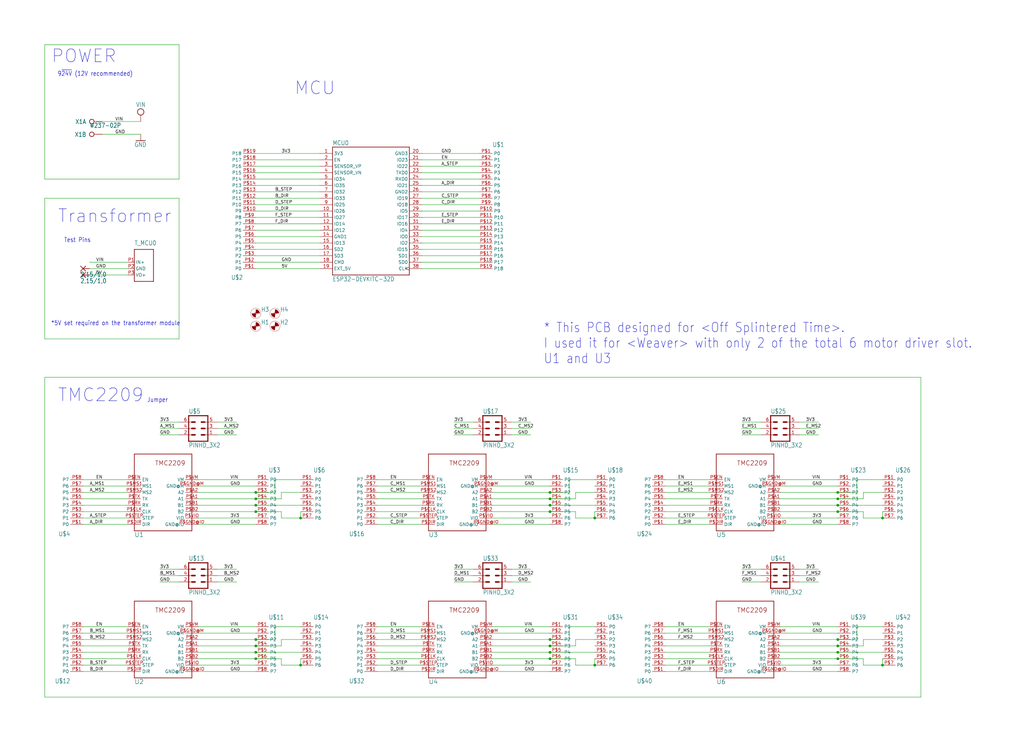
<source format=kicad_sch>
(kicad_sch (version 20211123) (generator eeschema)
  (paper "User" 406.73 298.221)
  (lib_symbols
    (symbol "OST-eagle-import:2,15{slash}1,0"
      (property "Reference" "PAD" (at -1.143 1.8542 0))
      (property "Value" "2,15{slash}1,0" (at -1.143 -3.302 0))
      (symbol "2,15{slash}1,0_1_0"
        (polyline (pts (xy -1.016 -1.016) (xy 1.016 1.016)) (stroke (width 0.254)))
        (polyline (pts (xy -1.016 1.016) (xy 1.016 -1.016)) (stroke (width 0.254)))
        (pin passive line (at 2.54 0 180) (length 2.54) (name "P") (number "1"))
      )
    )
    (symbol "OST-eagle-import:ESP32-DEVKITC-32D"
      (property "Reference" "U" (at -15.2572 26.0643 0))
      (property "Value" "ESP32-DEVKITC-32D" (at -15.2563 -27.9698 0))
      (symbol "ESP32-DEVKITC-32D_1_0"
        (polyline (pts (xy -15.24 -25.4) (xy -15.24 25.4)) (stroke (width 0.254)))
        (polyline (pts (xy -15.24 25.4) (xy 15.24 25.4)) (stroke (width 0.254)))
        (polyline (pts (xy 15.24 -25.4) (xy -15.24 -25.4)) (stroke (width 0.254)))
        (polyline (pts (xy 15.24 25.4) (xy 15.24 -25.4)) (stroke (width 0.254)))
        (pin power_in line (at -20.32 22.86 0) (length 5.08) (name "3V3") (number "1"))
        (pin bidirectional line (at -20.32 0 0) (length 5.08) (name "IO26") (number "10"))
        (pin bidirectional line (at -20.32 -2.54 0) (length 5.08) (name "IO27") (number "11"))
        (pin bidirectional line (at -20.32 -5.08 0) (length 5.08) (name "IO14") (number "12"))
        (pin bidirectional line (at -20.32 -7.62 0) (length 5.08) (name "IO12") (number "13"))
        (pin power_in line (at -20.32 -10.16 0) (length 5.08) (name "GND1") (number "14"))
        (pin bidirectional line (at -20.32 -12.7 0) (length 5.08) (name "IO13") (number "15"))
        (pin bidirectional line (at -20.32 -15.24 0) (length 5.08) (name "SD2") (number "16"))
        (pin bidirectional line (at -20.32 -17.78 0) (length 5.08) (name "SD3") (number "17"))
        (pin bidirectional line (at -20.32 -20.32 0) (length 5.08) (name "CMD") (number "18"))
        (pin power_in line (at -20.32 -22.86 0) (length 5.08) (name "EXT_5V") (number "19"))
        (pin input line (at -20.32 20.32 0) (length 5.08) (name "EN") (number "2"))
        (pin power_in line (at 20.32 22.86 180) (length 5.08) (name "GND3") (number "20"))
        (pin bidirectional line (at 20.32 20.32 180) (length 5.08) (name "IO23") (number "21"))
        (pin bidirectional line (at 20.32 17.78 180) (length 5.08) (name "IO22") (number "22"))
        (pin output line (at 20.32 15.24 180) (length 5.08) (name "TXD0") (number "23"))
        (pin input line (at 20.32 12.7 180) (length 5.08) (name "RXD0") (number "24"))
        (pin bidirectional line (at 20.32 10.16 180) (length 5.08) (name "IO21") (number "25"))
        (pin power_in line (at 20.32 7.62 180) (length 5.08) (name "GND2") (number "26"))
        (pin bidirectional line (at 20.32 5.08 180) (length 5.08) (name "IO19") (number "27"))
        (pin bidirectional line (at 20.32 2.54 180) (length 5.08) (name "IO18") (number "28"))
        (pin bidirectional line (at 20.32 0 180) (length 5.08) (name "IO5") (number "29"))
        (pin input line (at -20.32 17.78 0) (length 5.08) (name "SENSOR_VP") (number "3"))
        (pin bidirectional line (at 20.32 -2.54 180) (length 5.08) (name "IO17") (number "30"))
        (pin bidirectional line (at 20.32 -5.08 180) (length 5.08) (name "IO16") (number "31"))
        (pin bidirectional line (at 20.32 -7.62 180) (length 5.08) (name "IO4") (number "32"))
        (pin bidirectional line (at 20.32 -10.16 180) (length 5.08) (name "IO0") (number "33"))
        (pin bidirectional line (at 20.32 -12.7 180) (length 5.08) (name "IO2") (number "34"))
        (pin bidirectional line (at 20.32 -15.24 180) (length 5.08) (name "IO15") (number "35"))
        (pin bidirectional line (at 20.32 -17.78 180) (length 5.08) (name "SD1") (number "36"))
        (pin bidirectional line (at 20.32 -20.32 180) (length 5.08) (name "SD0") (number "37"))
        (pin input clock (at 20.32 -22.86 180) (length 5.08) (name "CLK") (number "38"))
        (pin input line (at -20.32 15.24 0) (length 5.08) (name "SENSOR_VN") (number "4"))
        (pin bidirectional line (at -20.32 12.7 0) (length 5.08) (name "IO34") (number "5"))
        (pin bidirectional line (at -20.32 10.16 0) (length 5.08) (name "IO35") (number "6"))
        (pin bidirectional line (at -20.32 7.62 0) (length 5.08) (name "IO32") (number "7"))
        (pin bidirectional line (at -20.32 5.08 0) (length 5.08) (name "IO33") (number "8"))
        (pin bidirectional line (at -20.32 2.54 0) (length 5.08) (name "IO25") (number "9"))
      )
    )
    (symbol "OST-eagle-import:GND" (power)
      (property "Value" "GND" (at -2.54 -2.54 0))
      (symbol "GND_1_0"
        (polyline (pts (xy -1.905 0) (xy 1.905 0)) (stroke (width 0.254)))
        (pin power_in line (at 0 2.54 270) (length 2.54) (name "GND") (number "1"))
      )
    )
    (symbol "OST-eagle-import:MOUNT-HOLE3.2"
      (property "Reference" "H" (at 2.032 0.5842 0))
      (property "Value" "MOUNT-HOLE3.2" (at 2.032 -2.4638 0))
      (symbol "MOUNT-HOLE3.2_1_0"
        (arc (start -1.524 0) (mid -1.0776 -1.0776) (end 0 -1.524) (stroke (width 0.0001)) (fill (type outline)))
        (polyline (pts (xy -0.508 0) (xy 0.508 0)) (stroke (width 0.0508)))
        (polyline (pts (xy 0 0.508) (xy 0 -0.508)) (stroke (width 0.0508)))
        (circle (center 0 0) (radius 0.508) (stroke (width 0.0508)))
        (circle (center 0 0) (radius 2.032) (stroke (width 0.0508)))
        (arc (start 1.524 0) (mid 1.0776 1.0776) (end 0 1.524) (stroke (width 0.0001)) (fill (type outline)))
      )
    )
    (symbol "OST-eagle-import:PINHD_1X19"
      (symbol "PINHD_1X19_1_0"
        (pin bidirectional line (at -5.08 0 0) (length 5.08) (name "P0") (number "P$1"))
        (pin bidirectional line (at -5.08 -22.86 0) (length 5.08) (name "P9") (number "P$10"))
        (pin bidirectional line (at -5.08 -25.4 0) (length 5.08) (name "P10") (number "P$11"))
        (pin bidirectional line (at -5.08 -27.94 0) (length 5.08) (name "P11") (number "P$12"))
        (pin bidirectional line (at -5.08 -30.48 0) (length 5.08) (name "P12") (number "P$13"))
        (pin bidirectional line (at -5.08 -33.02 0) (length 5.08) (name "P13") (number "P$14"))
        (pin bidirectional line (at -5.08 -35.56 0) (length 5.08) (name "P14") (number "P$15"))
        (pin bidirectional line (at -5.08 -38.1 0) (length 5.08) (name "P15") (number "P$16"))
        (pin bidirectional line (at -5.08 -40.64 0) (length 5.08) (name "P16") (number "P$17"))
        (pin bidirectional line (at -5.08 -43.18 0) (length 5.08) (name "P17") (number "P$18"))
        (pin bidirectional line (at -5.08 -45.72 0) (length 5.08) (name "P18") (number "P$19"))
        (pin bidirectional line (at -5.08 -2.54 0) (length 5.08) (name "P1") (number "P$2"))
        (pin bidirectional line (at -5.08 -5.08 0) (length 5.08) (name "P2") (number "P$3"))
        (pin bidirectional line (at -5.08 -7.62 0) (length 5.08) (name "P3") (number "P$4"))
        (pin bidirectional line (at -5.08 -10.16 0) (length 5.08) (name "P4") (number "P$5"))
        (pin bidirectional line (at -5.08 -12.7 0) (length 5.08) (name "P5") (number "P$6"))
        (pin bidirectional line (at -5.08 -15.24 0) (length 5.08) (name "P6") (number "P$7"))
        (pin bidirectional line (at -5.08 -17.78 0) (length 5.08) (name "P7") (number "P$8"))
        (pin bidirectional line (at -5.08 -20.32 0) (length 5.08) (name "P8") (number "P$9"))
      )
    )
    (symbol "OST-eagle-import:PINHD_1X7"
      (symbol "PINHD_1X7_1_0"
        (pin bidirectional line (at -5.08 0 0) (length 5.08) (name "P0") (number "P$1"))
        (pin bidirectional line (at -5.08 -2.54 0) (length 5.08) (name "P1") (number "P$2"))
        (pin bidirectional line (at -5.08 -5.08 0) (length 5.08) (name "P2") (number "P$3"))
        (pin bidirectional line (at -5.08 -7.62 0) (length 5.08) (name "P3") (number "P$4"))
        (pin bidirectional line (at -5.08 -10.16 0) (length 5.08) (name "P4") (number "P$5"))
        (pin bidirectional line (at -5.08 -12.7 0) (length 5.08) (name "P5") (number "P$6"))
        (pin bidirectional line (at -5.08 -15.24 0) (length 5.08) (name "P6") (number "P$7"))
      )
    )
    (symbol "OST-eagle-import:PINHD_1X8"
      (symbol "PINHD_1X8_1_0"
        (pin bidirectional line (at -5.08 0 0) (length 5.08) (name "P0") (number "P$1"))
        (pin bidirectional line (at -5.08 -2.54 0) (length 5.08) (name "P1") (number "P$2"))
        (pin bidirectional line (at -5.08 -5.08 0) (length 5.08) (name "P2") (number "P$3"))
        (pin bidirectional line (at -5.08 -7.62 0) (length 5.08) (name "P3") (number "P$4"))
        (pin bidirectional line (at -5.08 -10.16 0) (length 5.08) (name "P4") (number "P$5"))
        (pin bidirectional line (at -5.08 -12.7 0) (length 5.08) (name "P5") (number "P$6"))
        (pin bidirectional line (at -5.08 -15.24 0) (length 5.08) (name "P6") (number "P$7"))
        (pin bidirectional line (at -5.08 -17.78 0) (length 5.08) (name "P7") (number "P$8"))
      )
    )
    (symbol "OST-eagle-import:PINHD_3X2"
      (property "Value" "PINHD_3X2" (at -3.81 -7.62 0))
      (symbol "PINHD_3X2_1_0"
        (polyline (pts (xy -3.81 5.08) (xy -3.81 -5.08)) (stroke (width 0.4064)))
        (polyline (pts (xy -3.81 5.08) (xy 3.81 5.08)) (stroke (width 0.4064)))
        (polyline (pts (xy -2.54 -2.54) (xy -1.27 -2.54)) (stroke (width 0.6096)))
        (polyline (pts (xy -2.54 0) (xy -1.27 0)) (stroke (width 0.6096)))
        (polyline (pts (xy -2.54 2.54) (xy -1.27 2.54)) (stroke (width 0.6096)))
        (polyline (pts (xy 1.27 -2.54) (xy 2.54 -2.54)) (stroke (width 0.6096)))
        (polyline (pts (xy 1.27 0) (xy 2.54 0)) (stroke (width 0.6096)))
        (polyline (pts (xy 1.27 2.54) (xy 2.54 2.54)) (stroke (width 0.6096)))
        (polyline (pts (xy 3.81 -5.08) (xy -3.81 -5.08)) (stroke (width 0.4064)))
        (polyline (pts (xy 3.81 -5.08) (xy 3.81 5.08)) (stroke (width 0.4064)))
        (pin passive line (at 7.62 -2.54 180) (length 5.08) (name "1") (number "1"))
        (pin passive line (at -7.62 -2.54 0) (length 5.08) (name "2") (number "2"))
        (pin passive line (at 7.62 0 180) (length 5.08) (name "3") (number "3"))
        (pin passive line (at -7.62 0 0) (length 5.08) (name "4") (number "4"))
        (pin passive line (at 7.62 2.54 180) (length 5.08) (name "5") (number "5"))
        (pin passive line (at -7.62 2.54 0) (length 5.08) (name "6") (number "6"))
      )
    )
    (symbol "OST-eagle-import:TMC2209_V3.1"
      (property "Reference" "U" (at -10.16 -15.24 0))
      (symbol "TMC2209_V3.1_1_0"
        (polyline (pts (xy -10.16 -12.7) (xy 12.7 -12.7)) (stroke (width 0.254)))
        (polyline (pts (xy -10.16 17.78) (xy -10.16 -12.7)) (stroke (width 0.254)))
        (polyline (pts (xy 12.7 -12.7) (xy 12.7 17.78)) (stroke (width 0.254)))
        (polyline (pts (xy 12.7 17.78) (xy -10.16 17.78)) (stroke (width 0.254)))
        (text "TMC2209" (at 10.16 15.24 0) (effects (font (size 1.778 1.778)) (justify right top)))
        (pin bidirectional line (at 15.24 0 180) (length 5.08) (name "A1") (number "P$A1"))
        (pin bidirectional line (at 15.24 2.54 180) (length 5.08) (name "A2") (number "P$A2"))
        (pin bidirectional line (at 15.24 -2.54 180) (length 5.08) (name "B1") (number "P$B1"))
        (pin bidirectional line (at 15.24 -5.08 180) (length 5.08) (name "B2") (number "P$B2"))
        (pin bidirectional line (at -12.7 -5.08 0) (length 5.08) (name "CLK") (number "P$CLK"))
        (pin bidirectional line (at -12.7 -10.16 0) (length 5.08) (name "DIR") (number "P$DIR"))
        (pin bidirectional line (at -12.7 7.62 0) (length 5.08) (name "EN") (number "P$EN"))
        (pin bidirectional line (at 15.24 -10.16 180) (length 5.08) (name "GND@IO") (number "P$GND@IO"))
        (pin bidirectional line (at 15.24 5.08 180) (length 5.08) (name "GND@M") (number "P$GND@M"))
        (pin bidirectional line (at -12.7 5.08 0) (length 5.08) (name "MS1") (number "P$MS1"))
        (pin bidirectional line (at -12.7 2.54 0) (length 5.08) (name "MS2") (number "P$MS2"))
        (pin bidirectional line (at -12.7 -2.54 0) (length 5.08) (name "RX") (number "P$RX"))
        (pin bidirectional line (at -12.7 -7.62 0) (length 5.08) (name "STEP") (number "P$STEP"))
        (pin bidirectional line (at -12.7 0 0) (length 5.08) (name "TX") (number "P$TX"))
        (pin bidirectional line (at 15.24 -7.62 180) (length 5.08) (name "VIO") (number "P$VIO"))
        (pin bidirectional line (at 15.24 7.62 180) (length 5.08) (name "VM") (number "P$VM"))
      )
    )
    (symbol "OST-eagle-import:VCC" (power)
      (property "Value" "VCC" (at -1.905 3.175 0))
      (symbol "VCC_1_0"
        (circle (center 0 1.27) (radius 1.27) (stroke (width 0.254)))
        (pin power_in line (at 0 -2.54 90) (length 2.54) (name "VCC") (number "1"))
      )
    )
    (symbol "OST-eagle-import:VOL_ADJ"
      (property "Reference" "P" (at -2.54 10.16 0))
      (symbol "VOL_ADJ_1_0"
        (polyline (pts (xy -2.54 -5.08) (xy 5.08 -5.08)) (stroke (width 0.254)))
        (polyline (pts (xy -2.54 7.62) (xy -2.54 -5.08)) (stroke (width 0.254)))
        (polyline (pts (xy 5.08 -5.08) (xy 5.08 7.62)) (stroke (width 0.254)))
        (polyline (pts (xy 5.08 7.62) (xy -2.54 7.62)) (stroke (width 0.254)))
        (pin bidirectional line (at -5.08 2.54 0) (length 2.54) (name "IN+") (number "P1"))
        (pin bidirectional line (at -5.08 0 0) (length 2.54) (name "GND") (number "P2"))
        (pin bidirectional line (at -5.08 -2.54 0) (length 2.54) (name "VO+") (number "P3"))
      )
    )
    (symbol "OST-eagle-import:W237-02P"
      (property "Reference" "X" (at -1.27 0.889 0))
      (property "Value" "W237-02P" (at 0 2.54 0))
      (symbol "W237-02P_1_0"
        (polyline (pts (xy 1.778 0) (xy 2.54 0)) (stroke (width 0.1524)))
        (circle (center 0.889 0) (radius 0.898) (stroke (width 0.254)))
        (pin passive line (at 5.08 0 180) (length 2.54) (name "KL") (number "1"))
      )
      (symbol "W237-02P_2_0"
        (polyline (pts (xy 1.778 0) (xy 2.54 0)) (stroke (width 0.1524)))
        (circle (center 0.889 0) (radius 0.898) (stroke (width 0.254)))
        (pin passive line (at 5.08 0 180) (length 2.54) (name "KL") (number "2"))
      )
    )
  )
  (junction (at 101.6 195.58))
  (junction (at 218.44 203.2))
  (junction (at 332.74 198.12))
  (junction (at 101.6 254))
  (junction (at 350.52 264.16))
  (junction (at 119.38 264.16))
  (junction (at 218.44 254))
  (junction (at 101.6 200.66))
  (junction (at 332.74 261.62))
  (junction (at 101.6 259.08))
  (junction (at 332.74 195.58))
  (junction (at 350.52 205.74))
  (junction (at 218.44 195.58))
  (junction (at 332.74 203.2))
  (junction (at 119.38 205.74))
  (junction (at 236.22 205.74))
  (junction (at 332.74 259.08))
  (junction (at 218.44 261.62))
  (junction (at 332.74 200.66))
  (junction (at 332.74 256.54))
  (junction (at 236.22 264.16))
  (junction (at 218.44 198.12))
  (junction (at 218.44 256.54))
  (junction (at 101.6 256.54))
  (junction (at 332.74 254))
  (junction (at 101.6 261.62))
  (junction (at 101.6 198.12))
  (junction (at 101.6 203.2))
  (junction (at 218.44 259.08))
  (junction (at 218.44 200.66))
  (wire (pts (xy 50.8 104.14) (xy 35.56 104.14)))
  (wire (pts (xy 342.9 254) (xy 350.52 254)))
  (wire (pts (xy 119.38 261.62) (xy 119.38 264.16)))
  (wire (pts (xy 167.64 205.74) (xy 149.86 205.74)))
  (wire (pts (xy 281.94 205.74) (xy 264.16 205.74)))
  (wire (pts (xy 236.22 261.62) (xy 236.22 264.16)))
  (wire (pts (xy 50.8 205.74) (xy 33.02 205.74)))
  (wire (pts (xy 127 101.6) (xy 101.6 101.6)))
  (wire (pts (xy 302.26 167.64) (xy 294.64 167.64)))
  (wire (pts (xy 187.96 226.06) (xy 180.34 226.06)))
  (wire (pts (xy 195.58 259.08) (xy 218.44 259.08)))
  (wire (pts (xy 218.44 256.54) (xy 228.6 256.54)))
  (wire (pts (xy 111.76 203.2) (xy 111.76 205.74)))
  (wire (pts (xy 317.5 167.64) (xy 325.12 167.64)))
  (wire (pts (xy 309.88 264.16) (xy 332.74 264.16)))
  (wire (pts (xy 167.64 200.66) (xy 149.86 200.66)))
  (wire (pts (xy 309.88 208.28) (xy 332.74 208.28)))
  (wire (pts (xy 309.88 200.66) (xy 332.74 200.66)))
  (wire (pts (xy 149.86 190.5) (xy 167.64 190.5)))
  (wire (pts (xy 127 96.52) (xy 101.6 96.52)))
  (wire (pts (xy 203.2 172.72) (xy 210.82 172.72)))
  (wire (pts (xy 78.74 200.66) (xy 101.6 200.66)))
  (wire (pts (xy 365.76 276.86) (xy 365.76 149.86)))
  (wire (pts (xy 71.12 71.12) (xy 71.12 17.78)))
  (wire (pts (xy 332.74 256.54) (xy 309.88 256.54)))
  (wire (pts (xy 50.8 106.68) (xy 35.56 106.68)))
  (wire (pts (xy 50.8 254) (xy 33.02 254)))
  (wire (pts (xy 332.74 254) (xy 340.36 254)))
  (wire (pts (xy 302.26 231.14) (xy 294.64 231.14)))
  (wire (pts (xy 228.6 261.62) (xy 228.6 264.16)))
  (wire (pts (xy 302.26 226.06) (xy 294.64 226.06)))
  (wire (pts (xy 203.2 167.64) (xy 210.82 167.64)))
  (wire (pts (xy 109.22 190.5) (xy 119.38 190.5)))
  (wire (pts (xy 226.06 195.58) (xy 226.06 190.5)))
  (wire (pts (xy 218.44 203.2) (xy 228.6 203.2)))
  (wire (pts (xy 187.96 170.18) (xy 180.34 170.18)))
  (wire (pts (xy 342.9 195.58) (xy 350.52 195.58)))
  (wire (pts (xy 309.88 195.58) (xy 332.74 195.58)))
  (wire (pts (xy 167.64 88.9) (xy 190.5 88.9)))
  (wire (pts (xy 317.5 228.6) (xy 325.12 228.6)))
  (wire (pts (xy 190.5 66.04) (xy 167.64 66.04)))
  (wire (pts (xy 86.36 226.06) (xy 93.98 226.06)))
  (wire (pts (xy 167.64 106.68) (xy 190.5 106.68)))
  (wire (pts (xy 264.16 256.54) (xy 281.94 256.54)))
  (wire (pts (xy 71.12 78.74) (xy 17.78 78.74)))
  (wire (pts (xy 167.64 259.08) (xy 149.86 259.08)))
  (wire (pts (xy 149.86 261.62) (xy 167.64 261.62)))
  (wire (pts (xy 71.12 231.14) (xy 63.5 231.14)))
  (wire (pts (xy 195.58 266.7) (xy 218.44 266.7)))
  (wire (pts (xy 309.88 205.74) (xy 332.74 205.74)))
  (wire (pts (xy 50.8 109.22) (xy 35.56 109.22)))
  (wire (pts (xy 101.6 60.96) (xy 127 60.96)))
  (wire (pts (xy 281.94 264.16) (xy 264.16 264.16)))
  (wire (pts (xy 167.64 195.58) (xy 149.86 195.58)))
  (wire (pts (xy 101.6 63.5) (xy 127 63.5)))
  (wire (pts (xy 127 66.04) (xy 101.6 66.04)))
  (wire (pts (xy 78.74 251.46) (xy 101.6 251.46)))
  (wire (pts (xy 167.64 104.14) (xy 190.5 104.14)))
  (wire (pts (xy 309.88 259.08) (xy 332.74 259.08)))
  (wire (pts (xy 149.86 248.92) (xy 167.64 248.92)))
  (wire (pts (xy 228.6 256.54) (xy 228.6 254)))
  (wire (pts (xy 228.6 195.58) (xy 236.22 195.58)))
  (wire (pts (xy 71.12 228.6) (xy 63.5 228.6)))
  (wire (pts (xy 195.58 193.04) (xy 218.44 193.04)))
  (wire (pts (xy 195.58 190.5) (xy 218.44 190.5)))
  (wire (pts (xy 127 71.12) (xy 101.6 71.12)))
  (wire (pts (xy 302.26 170.18) (xy 294.64 170.18)))
  (wire (pts (xy 101.6 200.66) (xy 119.38 200.66)))
  (wire (pts (xy 228.6 198.12) (xy 228.6 195.58)))
  (wire (pts (xy 71.12 170.18) (xy 63.5 170.18)))
  (wire (pts (xy 78.74 254) (xy 101.6 254)))
  (wire (pts (xy 71.12 167.64) (xy 63.5 167.64)))
  (wire (pts (xy 127 106.68) (xy 101.6 106.68)))
  (wire (pts (xy 33.02 203.2) (xy 50.8 203.2)))
  (wire (pts (xy 281.94 195.58) (xy 264.16 195.58)))
  (wire (pts (xy 127 86.36) (xy 101.6 86.36)))
  (wire (pts (xy 281.94 254) (xy 264.16 254)))
  (wire (pts (xy 342.9 256.54) (xy 342.9 254)))
  (wire (pts (xy 317.5 231.14) (xy 325.12 231.14)))
  (wire (pts (xy 149.86 256.54) (xy 167.64 256.54)))
  (wire (pts (xy 218.44 200.66) (xy 236.22 200.66)))
  (wire (pts (xy 111.76 198.12) (xy 111.76 195.58)))
  (wire (pts (xy 149.86 203.2) (xy 167.64 203.2)))
  (wire (pts (xy 195.58 254) (xy 218.44 254)))
  (wire (pts (xy 317.5 170.18) (xy 325.12 170.18)))
  (wire (pts (xy 195.58 205.74) (xy 218.44 205.74)))
  (wire (pts (xy 127 76.2) (xy 101.6 76.2)))
  (wire (pts (xy 33.02 190.5) (xy 50.8 190.5)))
  (wire (pts (xy 101.6 83.82) (xy 127 83.82)))
  (wire (pts (xy 101.6 254) (xy 109.22 254)))
  (wire (pts (xy 78.74 208.28) (xy 101.6 208.28)))
  (wire (pts (xy 40.64 53.34) (xy 55.88 53.34)))
  (wire (pts (xy 228.6 203.2) (xy 228.6 205.74)))
  (wire (pts (xy 190.5 101.6) (xy 167.64 101.6)))
  (wire (pts (xy 340.36 195.58) (xy 340.36 190.5)))
  (wire (pts (xy 78.74 205.74) (xy 101.6 205.74)))
  (wire (pts (xy 332.74 203.2) (xy 309.88 203.2)))
  (wire (pts (xy 167.64 68.58) (xy 190.5 68.58)))
  (wire (pts (xy 317.5 172.72) (xy 325.12 172.72)))
  (wire (pts (xy 167.64 264.16) (xy 149.86 264.16)))
  (wire (pts (xy 309.88 251.46) (xy 332.74 251.46)))
  (wire (pts (xy 78.74 266.7) (xy 101.6 266.7)))
  (wire (pts (xy 50.8 193.04) (xy 33.02 193.04)))
  (wire (pts (xy 203.2 231.14) (xy 210.82 231.14)))
  (wire (pts (xy 111.76 195.58) (xy 119.38 195.58)))
  (wire (pts (xy 264.16 248.92) (xy 281.94 248.92)))
  (wire (pts (xy 332.74 203.2) (xy 342.9 203.2)))
  (wire (pts (xy 17.78 134.62) (xy 71.12 134.62)))
  (wire (pts (xy 317.5 226.06) (xy 325.12 226.06)))
  (wire (pts (xy 50.8 208.28) (xy 33.02 208.28)))
  (wire (pts (xy 281.94 266.7) (xy 264.16 266.7)))
  (wire (pts (xy 309.88 193.04) (xy 332.74 193.04)))
  (wire (pts (xy 281.94 251.46) (xy 264.16 251.46)))
  (wire (pts (xy 228.6 254) (xy 236.22 254)))
  (wire (pts (xy 101.6 68.58) (xy 127 68.58)))
  (wire (pts (xy 50.8 264.16) (xy 33.02 264.16)))
  (wire (pts (xy 101.6 104.14) (xy 127 104.14)))
  (wire (pts (xy 119.38 203.2) (xy 119.38 205.74)))
  (wire (pts (xy 86.36 170.18) (xy 93.98 170.18)))
  (wire (pts (xy 342.9 261.62) (xy 342.9 264.16)))
  (wire (pts (xy 302.26 172.72) (xy 294.64 172.72)))
  (wire (pts (xy 218.44 261.62) (xy 228.6 261.62)))
  (wire (pts (xy 264.16 198.12) (xy 281.94 198.12)))
  (wire (pts (xy 101.6 195.58) (xy 109.22 195.58)))
  (wire (pts (xy 342.9 198.12) (xy 342.9 195.58)))
  (wire (pts (xy 50.8 200.66) (xy 33.02 200.66)))
  (wire (pts (xy 218.44 203.2) (xy 195.58 203.2)))
  (wire (pts (xy 332.74 256.54) (xy 342.9 256.54)))
  (wire (pts (xy 190.5 76.2) (xy 167.64 76.2)))
  (wire (pts (xy 309.88 266.7) (xy 332.74 266.7)))
  (wire (pts (xy 167.64 99.06) (xy 190.5 99.06)))
  (wire (pts (xy 340.36 248.92) (xy 350.52 248.92)))
  (wire (pts (xy 167.64 251.46) (xy 149.86 251.46)))
  (wire (pts (xy 190.5 96.52) (xy 167.64 96.52)))
  (wire (pts (xy 78.74 259.08) (xy 101.6 259.08)))
  (wire (pts (xy 78.74 248.92) (xy 101.6 248.92)))
  (wire (pts (xy 109.22 248.92) (xy 119.38 248.92)))
  (wire (pts (xy 78.74 264.16) (xy 101.6 264.16)))
  (wire (pts (xy 340.36 254) (xy 340.36 248.92)))
  (wire (pts (xy 190.5 60.96) (xy 167.64 60.96)))
  (wire (pts (xy 195.58 200.66) (xy 218.44 200.66)))
  (wire (pts (xy 195.58 195.58) (xy 218.44 195.58)))
  (wire (pts (xy 71.12 226.06) (xy 63.5 226.06)))
  (wire (pts (xy 101.6 78.74) (xy 127 78.74)))
  (wire (pts (xy 264.16 203.2) (xy 281.94 203.2)))
  (wire (pts (xy 17.78 149.86) (xy 17.78 276.86)))
  (wire (pts (xy 101.6 261.62) (xy 78.74 261.62)))
  (wire (pts (xy 281.94 208.28) (xy 264.16 208.28)))
  (wire (pts (xy 332.74 261.62) (xy 342.9 261.62)))
  (wire (pts (xy 167.64 78.74) (xy 190.5 78.74)))
  (wire (pts (xy 109.22 254) (xy 109.22 248.92)))
  (wire (pts (xy 226.06 254) (xy 226.06 248.92)))
  (wire (pts (xy 50.8 251.46) (xy 33.02 251.46)))
  (wire (pts (xy 50.8 195.58) (xy 33.02 195.58)))
  (wire (pts (xy 167.64 83.82) (xy 190.5 83.82)))
  (wire (pts (xy 127 81.28) (xy 101.6 81.28)))
  (wire (pts (xy 236.22 203.2) (xy 236.22 205.74)))
  (wire (pts (xy 332.74 200.66) (xy 350.52 200.66)))
  (wire (pts (xy 203.2 228.6) (xy 210.82 228.6)))
  (wire (pts (xy 218.44 198.12) (xy 228.6 198.12)))
  (wire (pts (xy 86.36 172.72) (xy 93.98 172.72)))
  (wire (pts (xy 365.76 149.86) (xy 17.78 149.86)))
  (wire (pts (xy 17.78 78.74) (xy 17.78 134.62)))
  (wire (pts (xy 101.6 203.2) (xy 111.76 203.2)))
  (wire (pts (xy 218.44 261.62) (xy 195.58 261.62)))
  (wire (pts (xy 350.52 203.2) (xy 350.52 205.74)))
  (wire (pts (xy 190.5 91.44) (xy 167.64 91.44)))
  (wire (pts (xy 101.6 198.12) (xy 111.76 198.12)))
  (wire (pts (xy 218.44 259.08) (xy 236.22 259.08)))
  (wire (pts (xy 17.78 276.86) (xy 365.76 276.86)))
  (wire (pts (xy 127 91.44) (xy 101.6 91.44)))
  (wire (pts (xy 203.2 170.18) (xy 210.82 170.18)))
  (wire (pts (xy 86.36 167.64) (xy 93.98 167.64)))
  (wire (pts (xy 111.76 264.16) (xy 119.38 264.16)))
  (wire (pts (xy 71.12 172.72) (xy 63.5 172.72)))
  (wire (pts (xy 195.58 248.92) (xy 218.44 248.92)))
  (wire (pts (xy 332.74 198.12) (xy 309.88 198.12)))
  (wire (pts (xy 190.5 86.36) (xy 167.64 86.36)))
  (wire (pts (xy 78.74 195.58) (xy 101.6 195.58)))
  (wire (pts (xy 167.64 93.98) (xy 190.5 93.98)))
  (wire (pts (xy 228.6 205.74) (xy 236.22 205.74)))
  (wire (pts (xy 190.5 81.28) (xy 167.64 81.28)))
  (wire (pts (xy 228.6 264.16) (xy 236.22 264.16)))
  (wire (pts (xy 195.58 208.28) (xy 218.44 208.28)))
  (wire (pts (xy 302.26 228.6) (xy 294.64 228.6)))
  (wire (pts (xy 101.6 259.08) (xy 119.38 259.08)))
  (wire (pts (xy 33.02 198.12) (xy 50.8 198.12)))
  (wire (pts (xy 226.06 248.92) (xy 236.22 248.92)))
  (wire (pts (xy 71.12 17.78) (xy 17.78 17.78)))
  (wire (pts (xy 187.96 228.6) (xy 180.34 228.6)))
  (wire (pts (xy 281.94 200.66) (xy 264.16 200.66)))
  (wire (pts (xy 111.76 256.54) (xy 111.76 254)))
  (wire (pts (xy 101.6 73.66) (xy 127 73.66)))
  (wire (pts (xy 167.64 193.04) (xy 149.86 193.04)))
  (wire (pts (xy 167.64 63.5) (xy 190.5 63.5)))
  (wire (pts (xy 33.02 256.54) (xy 50.8 256.54)))
  (wire (pts (xy 101.6 88.9) (xy 127 88.9)))
  (wire (pts (xy 281.94 193.04) (xy 264.16 193.04)))
  (wire (pts (xy 109.22 195.58) (xy 109.22 190.5)))
  (wire (pts (xy 264.16 261.62) (xy 281.94 261.62)))
  (wire (pts (xy 101.6 93.98) (xy 127 93.98)))
  (wire (pts (xy 309.88 190.5) (xy 332.74 190.5)))
  (wire (pts (xy 149.86 198.12) (xy 167.64 198.12)))
  (wire (pts (xy 187.96 172.72) (xy 180.34 172.72)))
  (wire (pts (xy 218.44 195.58) (xy 226.06 195.58)))
  (wire (pts (xy 101.6 256.54) (xy 78.74 256.54)))
  (wire (pts (xy 101.6 203.2) (xy 78.74 203.2)))
  (wire (pts (xy 167.64 254) (xy 149.86 254)))
  (wire (pts (xy 332.74 259.08) (xy 350.52 259.08)))
  (wire (pts (xy 101.6 256.54) (xy 111.76 256.54)))
  (wire (pts (xy 264.16 190.5) (xy 281.94 190.5)))
  (wire (pts (xy 86.36 231.14) (xy 93.98 231.14)))
  (wire (pts (xy 101.6 99.06) (xy 127 99.06)))
  (wire (pts (xy 332.74 195.58) (xy 340.36 195.58)))
  (wire (pts (xy 226.06 190.5) (xy 236.22 190.5)))
  (wire (pts (xy 309.88 248.92) (xy 332.74 248.92)))
  (wire (pts (xy 218.44 256.54) (xy 195.58 256.54)))
  (wire (pts (xy 342.9 203.2) (xy 342.9 205.74)))
  (wire (pts (xy 203.2 226.06) (xy 210.82 226.06)))
  (wire (pts (xy 187.96 231.14) (xy 180.34 231.14)))
  (wire (pts (xy 78.74 190.5) (xy 101.6 190.5)))
  (wire (pts (xy 190.5 71.12) (xy 167.64 71.12)))
  (wire (pts (xy 342.9 264.16) (xy 350.52 264.16)))
  (wire (pts (xy 33.02 248.92) (xy 50.8 248.92)))
  (wire (pts (xy 33.02 261.62) (xy 50.8 261.62)))
  (wire (pts (xy 332.74 198.12) (xy 342.9 198.12)))
  (wire (pts (xy 78.74 193.04) (xy 101.6 193.04)))
  (wire (pts (xy 309.88 254) (xy 332.74 254)))
  (wire (pts (xy 218.44 198.12) (xy 195.58 198.12)))
  (wire (pts (xy 111.76 205.74) (xy 119.38 205.74)))
  (wire (pts (xy 50.8 259.08) (xy 33.02 259.08)))
  (wire (pts (xy 195.58 264.16) (xy 218.44 264.16)))
  (wire (pts (xy 101.6 198.12) (xy 78.74 198.12)))
  (wire (pts (xy 40.64 48.26) (xy 55.88 48.26)))
  (wire (pts (xy 86.36 228.6) (xy 93.98 228.6)))
  (wire (pts (xy 50.8 266.7) (xy 33.02 266.7)))
  (wire (pts (xy 187.96 167.64) (xy 180.34 167.64)))
  (wire (pts (xy 281.94 259.08) (xy 264.16 259.08)))
  (wire (pts (xy 71.12 134.62) (xy 71.12 78.74)))
  (wire (pts (xy 111.76 261.62) (xy 111.76 264.16)))
  (wire (pts (xy 350.52 261.62) (xy 350.52 264.16)))
  (wire (pts (xy 340.36 190.5) (xy 350.52 190.5)))
  (wire (pts (xy 195.58 251.46) (xy 218.44 251.46)))
  (wire (pts (xy 167.64 73.66) (xy 190.5 73.66)))
  (wire (pts (xy 167.64 266.7) (xy 149.86 266.7)))
  (wire (pts (xy 17.78 71.12) (xy 71.12 71.12)))
  (wire (pts (xy 332.74 261.62) (xy 309.88 261.62)))
  (wire (pts (xy 17.78 17.78) (xy 17.78 71.12)))
  (wire (pts (xy 101.6 261.62) (xy 111.76 261.62)))
  (wire (pts (xy 342.9 205.74) (xy 350.52 205.74)))
  (wire (pts (xy 111.76 254) (xy 119.38 254)))
  (wire (pts (xy 218.44 254) (xy 226.06 254)))
  (wire (pts (xy 167.64 208.28) (xy 149.86 208.28)))
  (text "TMC2209" (at 22.86 160.02 180) (effects (font (size 5.08 5.08)) (justify left bottom)))
  (text "* This PCB designed for <Off Splintered Time>.\nI used it for <Weaver> with only 2 of the total 6 motor driver slot.\nU1 and U3" (at 215.9 144.78 0) (effects (font (size 3.81 3.2385)) (justify left bottom)))
  (text "POWER" (at 20.32 25.4 180) (effects (font (size 5.08 5.08)) (justify left bottom)))
  (text "9~{24V} (12V recommended)" (at 22.86 30.48 180) (effects (font (size 1.778 1.5113)) (justify left bottom)))
  (text "Transformer" (at 22.86 88.9 180) (effects (font (size 5.08 5.08)) (justify left bottom)))
  (text "Jumper" (at 58.42 160.02 180) (effects (font (size 1.778 1.5113)) (justify left bottom)))
  (text "*5V set required on the transformer module" (at 20.32 129.54 180) (effects (font (size 1.778 1.5113)) (justify left bottom)))
  (text "Test Pins" (at 25.4 96.52 180) (effects (font (size 1.778 1.5113)) (justify left bottom)))
  (text "MCU" (at 116.84 38.1 180) (effects (font (size 5.08 5.08)) (justify left bottom)))
  (label "A_MS1" (at 35.56 193.04 0) (effects (font (size 1.2446 1.2446))))
  (label "3V3" (at 91.44 205.74 0) (effects (font (size 1.2446 1.2446))))
  (label "3V3" (at 63.5 167.64 0) (effects (font (size 1.2446 1.2446))))
  (label "GND" (at 322.58 193.04 0) (effects (font (size 1.2446 1.2446))))
  (label "GND" (at 91.44 251.46 0) (effects (font (size 1.2446 1.2446))))
  (label "GND" (at 38.1 106.68 0) (effects (font (size 1.2446 1.2446))))
  (label "EN" (at 269.24 248.92 0) (effects (font (size 1.2446 1.2446))))
  (label "VIN" (at 38.1 104.14 0) (effects (font (size 1.2446 1.2446))))
  (label "3V3" (at 208.28 205.74 0) (effects (font (size 1.2446 1.2446))))
  (label "EN" (at 38.1 190.5 0) (effects (font (size 1.2446 1.2446))))
  (label "C_MS2" (at 154.94 195.58 0) (effects (font (size 1.2446 1.2446))))
  (label "A_MS2" (at 88.9 170.18 0) (effects (font (size 1.2446 1.2446))))
  (label "3V3" (at 180.34 226.06 0) (effects (font (size 1.2446 1.2446))))
  (label "VIN" (at 45.72 48.26 0) (effects (font (size 1.2446 1.2446))))
  (label "3V3" (at 294.64 226.06 0) (effects (font (size 1.2446 1.2446))))
  (label "GND" (at 175.26 60.96 0) (effects (font (size 1.2446 1.2446))))
  (label "GND" (at 294.64 172.72 0) (effects (font (size 1.2446 1.2446))))
  (label "F_MS1" (at 294.64 228.6 0) (effects (font (size 1.2446 1.2446))))
  (label "D_MS2" (at 154.94 254 0) (effects (font (size 1.2446 1.2446))))
  (label "F_STEP" (at 269.24 264.16 0) (effects (font (size 1.2446 1.2446))))
  (label "3V3" (at 111.76 60.96 0) (effects (font (size 1.2446 1.2446))))
  (label "VIN" (at 322.58 248.92 0) (effects (font (size 1.2446 1.2446))))
  (label "B_MS2" (at 88.9 228.6 0) (effects (font (size 1.2446 1.2446))))
  (label "C_DIR" (at 175.26 81.28 0) (effects (font (size 1.2446 1.2446))))
  (label "GND" (at 88.9 172.72 0) (effects (font (size 1.2446 1.2446))))
  (label "D_DIR" (at 109.22 83.82 0) (effects (font (size 1.2446 1.2446))))
  (label "VIN" (at 91.44 248.92 0) (effects (font (size 1.2446 1.2446))))
  (label "C_STEP" (at 154.94 205.74 0) (effects (font (size 1.2446 1.2446))))
  (label "5V" (at 111.76 106.68 0) (effects (font (size 1.2446 1.2446))))
  (label "A_STEP" (at 35.56 205.74 0) (effects (font (size 1.2446 1.2446))))
  (label "E_MS1" (at 294.64 170.18 0) (effects (font (size 1.2446 1.2446))))
  (label "3V3" (at 294.64 167.64 0) (effects (font (size 1.2446 1.2446))))
  (label "B_DIR" (at 109.22 78.74 0) (effects (font (size 1.2446 1.2446))))
  (label "VIN" (at 91.44 190.5 0) (effects (font (size 1.2446 1.2446))))
  (label "C_MS2" (at 205.74 170.18 0) (effects (font (size 1.2446 1.2446))))
  (label "GND" (at 320.04 231.14 0) (effects (font (size 1.2446 1.2446))))
  (label "GND" (at 322.58 266.7 0) (effects (font (size 1.2446 1.2446))))
  (label "3V3" (at 180.34 167.64 0) (effects (font (size 1.2446 1.2446))))
  (label "D_STEP" (at 154.94 264.16 0) (effects (font (size 1.2446 1.2446))))
  (label "GND" (at 208.28 251.46 0) (effects (font (size 1.2446 1.2446))))
  (label "D_MS1" (at 180.34 228.6 0) (effects (font (size 1.2446 1.2446))))
  (label "D_DIR" (at 154.94 266.7 0) (effects (font (size 1.2446 1.2446))))
  (label "B_DIR" (at 35.56 266.7 0) (effects (font (size 1.2446 1.2446))))
  (label "E_STEP" (at 175.26 86.36 0) (effects (font (size 1.2446 1.2446))))
  (label "GND" (at 63.5 231.14 0) (effects (font (size 1.2446 1.2446))))
  (label "B_STEP" (at 109.22 76.2 0) (effects (font (size 1.2446 1.2446))))
  (label "GND" (at 91.44 193.04 0) (effects (font (size 1.2446 1.2446))))
  (label "E_MS1" (at 269.24 193.04 0) (effects (font (size 1.2446 1.2446))))
  (label "B_MS1" (at 63.5 228.6 0) (effects (font (size 1.2446 1.2446))))
  (label "A_DIR" (at 175.26 73.66 0) (effects (font (size 1.2446 1.2446))))
  (label "3V3" (at 63.5 226.06 0) (effects (font (size 1.2446 1.2446))))
  (label "EN" (at 154.94 190.5 0) (effects (font (size 1.2446 1.2446))))
  (label "GND" (at 63.5 172.72 0) (effects (font (size 1.2446 1.2446))))
  (label "E_MS2" (at 269.24 195.58 0) (effects (font (size 1.2446 1.2446))))
  (label "GND" (at 322.58 208.28 0) (effects (font (size 1.2446 1.2446))))
  (label "3V3" (at 88.9 226.06 0) (effects (font (size 1.2446 1.2446))))
  (label "F_DIR" (at 269.24 266.7 0) (effects (font (size 1.2446 1.2446))))
  (label "EN" (at 175.26 63.5 0) (effects (font (size 1.2446 1.2446))))
  (label "GND" (at 45.72 53.34 0) (effects (font (size 1.2446 1.2446))))
  (label "3V3" (at 205.74 226.06 0) (effects (font (size 1.2446 1.2446))))
  (label "E_STEP" (at 269.24 205.74 0) (effects (font (size 1.2446 1.2446))))
  (label "3V3" (at 320.04 226.06 0) (effects (font (size 1.2446 1.2446))))
  (label "GND" (at 208.28 266.7 0) (effects (font (size 1.2446 1.2446))))
  (label "VIN" (at 208.28 190.5 0) (effects (font (size 1.2446 1.2446))))
  (label "C_STEP" (at 175.26 78.74 0) (effects (font (size 1.2446 1.2446))))
  (label "GND" (at 320.04 172.72 0) (effects (font (size 1.2446 1.2446))))
  (label "GND" (at 205.74 172.72 0) (effects (font (size 1.2446 1.2446))))
  (label "GND" (at 294.64 231.14 0) (effects (font (size 1.2446 1.2446))))
  (label "D_MS2" (at 205.74 228.6 0) (effects (font (size 1.2446 1.2446))))
  (label "3V3" (at 320.04 167.64 0) (effects (font (size 1.2446 1.2446))))
  (label "3V3" (at 322.58 264.16 0) (effects (font (size 1.2446 1.2446))))
  (label "GND" (at 322.58 251.46 0) (effects (font (size 1.2446 1.2446))))
  (label "GND" (at 180.34 231.14 0) (effects (font (size 1.2446 1.2446))))
  (label "GND" (at 208.28 193.04 0) (effects (font (size 1.2446 1.2446))))
  (label "E_DIR" (at 269.24 208.28 0) (effects (font (size 1.2446 1.2446))))
  (label "C_DIR" (at 154.94 208.28 0) (effects (font (size 1.2446 1.2446))))
  (label "B_MS2" (at 35.56 254 0) (effects (font (size 1.2446 1.2446))))
  (label "3V3" (at 322.58 205.74 0) (effects (font (size 1.2446 1.2446))))
  (label "F_DIR" (at 109.22 88.9 0) (effects (font (size 1.2446 1.2446))))
  (label "3V3" (at 88.9 167.64 0) (effects (font (size 1.2446 1.2446))))
  (label "E_DIR" (at 175.26 88.9 0) (effects (font (size 1.2446 1.2446))))
  (label "VIN" (at 322.58 190.5 0) (effects (font (size 1.2446 1.2446))))
  (label "E_MS2" (at 320.04 170.18 0) (effects (font (size 1.2446 1.2446))))
  (label "3V3" (at 91.44 264.16 0) (effects (font (size 1.2446 1.2446))))
  (label "F_MS2" (at 269.24 254 0) (effects (font (size 1.2446 1.2446))))
  (label "C_MS1" (at 180.34 170.18 0) (effects (font (size 1.2446 1.2446))))
  (label "3V3" (at 208.28 264.16 0) (effects (font (size 1.2446 1.2446))))
  (label "3V3" (at 205.74 167.64 0) (effects (font (size 1.2446 1.2446))))
  (label "D_MS1" (at 154.94 251.46 0) (effects (font (size 1.2446 1.2446))))
  (label "GND" (at 111.76 104.14 0) (effects (font (size 1.2446 1.2446))))
  (label "5V" (at 38.1 109.22 0) (effects (font (size 1.2446 1.2446))))
  (label "GND" (at 91.44 208.28 0) (effects (font (size 1.2446 1.2446))))
  (label "F_MS1" (at 269.24 251.46 0) (effects (font (size 1.2446 1.2446))))
  (label "GND" (at 205.74 231.14 0) (effects (font (size 1.2446 1.2446))))
  (label "GND" (at 91.44 266.7 0) (effects (font (size 1.2446 1.2446))))
  (label "EN" (at 154.94 248.92 0) (effects (font (size 1.2446 1.2446))))
  (label "F_STEP" (at 109.22 86.36 0) (effects (font (size 1.2446 1.2446))))
  (label "EN" (at 269.24 190.5 0) (effects (font (size 1.2446 1.2446))))
  (label "VIN" (at 208.28 248.92 0) (effects (font (size 1.2446 1.2446))))
  (label "GND" (at 88.9 231.14 0) (effects (font (size 1.2446 1.2446))))
  (label "A_MS1" (at 63.5 170.18 0) (effects (font (size 1.2446 1.2446))))
  (label "A_DIR" (at 35.56 208.28 0) (effects (font (size 1.2446 1.2446))))
  (label "D_STEP" (at 109.22 81.28 0) (effects (font (size 1.2446 1.2446))))
  (label "B_STEP" (at 35.56 264.16 0) (effects (font (size 1.2446 1.2446))))
  (label "EN" (at 38.1 248.92 0) (effects (font (size 1.2446 1.2446))))
  (label "B_MS1" (at 35.56 251.46 0) (effects (font (size 1.2446 1.2446))))
  (label "F_MS2" (at 320.04 228.6 0) (effects (font (size 1.2446 1.2446))))
  (label "C_MS1" (at 154.94 193.04 0) (effects (font (size 1.2446 1.2446))))
  (label "A_MS2" (at 35.56 195.58 0) (effects (font (size 1.2446 1.2446))))
  (label "GND" (at 180.34 172.72 0) (effects (font (size 1.2446 1.2446))))
  (label "GND" (at 208.28 208.28 0) (effects (font (size 1.2446 1.2446))))
  (label "A_STEP" (at 175.26 66.04 0) (effects (font (size 1.2446 1.2446))))
  (symbol (lib_id "OST-eagle-import:PINHD_1X8") (at 259.08 266.7 180) (unit 1)
    (property "Reference" "U$40" (at 259.08 269.494 0) (effects (font (size 1.778 1.5113)) (justify left bottom)))
    (property "Value" "PINHD_1X8" (effects hide))
    (property "Footprint" "OST:8" (effects hide))
  )
  (symbol (lib_id "OST-eagle-import:PINHD_1X8") (at 223.52 190.5 0) (unit 1)
    (property "Reference" "U$15" (at 223.52 187.706 0) (effects (font (size 1.778 1.5113)) (justify left bottom)))
    (property "Value" "PINHD_1X8" (effects hide))
    (property "Footprint" "OST:8" (effects hide))
  )
  (symbol (lib_id "OST-eagle-import:PINHD_3X2") (at 195.58 170.18 0) (unit 1)
    (property "Reference" "U$17" (at 191.77 164.338 0) (effects (font (size 1.778 1.5113)) (justify left bottom)))
    (property "Value" "PINHD_3X2" (at 191.77 177.8 0) (effects (font (size 1.778 1.5113)) (justify left bottom)))
    (property "Footprint" "OST:MA03-2" (effects hide))
  )
  (symbol (lib_id "OST-eagle-import:PINHD_1X8") (at 27.94 266.7 180) (unit 1)
    (property "Reference" "U$12" (at 27.94 269.494 0) (effects (font (size 1.778 1.5113)) (justify left bottom)))
    (property "Value" "PINHD_1X8" (effects hide))
    (property "Footprint" "OST:8" (effects hide))
  )
  (symbol (lib_id "OST-eagle-import:2,15{slash}1,0") (at 33.02 109.22 0) (unit 1)
    (property "Reference" "PAD17" (effects hide))
    (property "Value" "2,15{slash}1,0" (at 31.877 112.522 0) (effects (font (size 1.778 1.5113)) (justify left bottom)))
    (property "Footprint" "OST:2,15_1,0" (effects hide))
  )
  (symbol (lib_id "OST-eagle-import:TMC2209_V3.1") (at 294.64 198.12 0) (unit 1)
    (property "Reference" "U5" (at 284.48 213.36 0) (effects (font (size 1.778 1.778)) (justify left bottom)))
    (property "Value" "TMC2209_V3.1" (effects hide))
    (property "Footprint" "OST:TMC2209" (effects hide))
  )
  (symbol (lib_id "OST-eagle-import:VOL_ADJ") (at 55.88 106.68 0) (unit 1)
    (property "Reference" "T_MCU0" (at 53.34 96.52 0) (effects (font (size 1.778 1.5113)) (justify left)))
    (property "Value" "VOL_ADJ" (effects hide))
    (property "Footprint" "OST:FREEVOL" (effects hide))
  )
  (symbol (lib_id "OST-eagle-import:W237-02P") (at 35.56 53.34 0) (unit 2)
    (property "Reference" "X1" (at 34.29 52.451 0) (effects (font (size 1.778 1.5113)) (justify right top)))
    (property "Value" "W237-02P" (at 35.56 50.8 0) (effects (font (size 1.778 1.5113)) (justify left bottom)))
    (property "Footprint" "OST:W237-132" (effects hide))
  )
  (symbol (lib_id "OST-eagle-import:TMC2209_V3.1") (at 63.5 198.12 0) (unit 1)
    (property "Reference" "U1" (at 53.34 213.36 0) (effects (font (size 1.778 1.778)) (justify left bottom)))
    (property "Value" "TMC2209_V3.1" (effects hide))
    (property "Footprint" "OST:TMC2209" (effects hide))
  )
  (symbol (lib_id "OST-eagle-import:PINHD_1X8") (at 144.78 208.28 180) (unit 1)
    (property "Reference" "U$16" (at 144.78 211.074 0) (effects (font (size 1.778 1.5113)) (justify left bottom)))
    (property "Value" "PINHD_1X8" (effects hide))
    (property "Footprint" "OST:8" (effects hide))
  )
  (symbol (lib_id "OST-eagle-import:PINHD_1X8") (at 259.08 208.28 180) (unit 1)
    (property "Reference" "U$24" (at 259.08 211.074 0) (effects (font (size 1.778 1.5113)) (justify left bottom)))
    (property "Value" "PINHD_1X8" (effects hide))
    (property "Footprint" "OST:8" (effects hide))
  )
  (symbol (lib_id "OST-eagle-import:W237-02P") (at 35.56 48.26 0) (unit 1)
    (property "Reference" "X1" (at 34.29 47.371 0) (effects (font (size 1.778 1.5113)) (justify right top)))
    (property "Value" "W237-02P" (effects hide))
    (property "Footprint" "OST:W237-132" (effects hide))
  )
  (symbol (lib_id "OST-eagle-import:PINHD_1X7") (at 241.3 248.92 0) (unit 1)
    (property "Reference" "U$34" (at 241.3 246.126 0) (effects (font (size 1.778 1.5113)) (justify left bottom)))
    (property "Value" "PINHD_1X7" (effects hide))
    (property "Footprint" "OST:7" (effects hide))
  )
  (symbol (lib_id "OST-eagle-import:PINHD_1X8") (at 106.68 248.92 0) (unit 1)
    (property "Reference" "U$11" (at 106.68 246.126 0) (effects (font (size 1.778 1.5113)) (justify left bottom)))
    (property "Value" "PINHD_1X8" (effects hide))
    (property "Footprint" "OST:8" (effects hide))
  )
  (symbol (lib_id "OST-eagle-import:PINHD_1X8") (at 144.78 266.7 180) (unit 1)
    (property "Reference" "U$32" (at 144.78 269.494 0) (effects (font (size 1.778 1.5113)) (justify left bottom)))
    (property "Value" "PINHD_1X8" (effects hide))
    (property "Footprint" "OST:8" (effects hide))
  )
  (symbol (lib_id "OST-eagle-import:PINHD_1X7") (at 124.46 248.92 0) (unit 1)
    (property "Reference" "U$14" (at 124.46 246.126 0) (effects (font (size 1.778 1.5113)) (justify left bottom)))
    (property "Value" "PINHD_1X7" (effects hide))
    (property "Footprint" "OST:7" (effects hide))
  )
  (symbol (lib_id "OST-eagle-import:PINHD_1X8") (at 223.52 248.92 0) (unit 1)
    (property "Reference" "U$31" (at 223.52 246.126 0) (effects (font (size 1.778 1.5113)) (justify left bottom)))
    (property "Value" "PINHD_1X8" (effects hide))
    (property "Footprint" "OST:8" (effects hide))
  )
  (symbol (lib_id "OST-eagle-import:TMC2209_V3.1") (at 180.34 198.12 0) (unit 1)
    (property "Reference" "U3" (at 170.18 213.36 0) (effects (font (size 1.778 1.778)) (justify left bottom)))
    (property "Value" "TMC2209_V3.1" (effects hide))
    (property "Footprint" "OST:TMC2209" (effects hide))
  )
  (symbol (lib_id "OST-eagle-import:MOUNT-HOLE3.2") (at 101.6 124.46 0) (unit 1)
    (property "Reference" "H3" (at 103.632 123.8758 0) (effects (font (size 1.778 1.5113)) (justify left bottom)))
    (property "Value" "MOUNT-HOLE3.2" (effects hide))
    (property "Footprint" "OST:3,2" (effects hide))
  )
  (symbol (lib_id "OST-eagle-import:TMC2209_V3.1") (at 180.34 256.54 0) (unit 1)
    (property "Reference" "U4" (at 170.18 271.78 0) (effects (font (size 1.778 1.778)) (justify left bottom)))
    (property "Value" "TMC2209_V3.1" (effects hide))
    (property "Footprint" "OST:TMC2209" (effects hide))
  )
  (symbol (lib_id "OST-eagle-import:2,15{slash}1,0") (at 33.02 106.68 0) (unit 1)
    (property "Reference" "PAD16" (effects hide))
    (property "Value" "2,15{slash}1,0" (at 31.877 109.982 0) (effects (font (size 1.778 1.5113)) (justify left bottom)))
    (property "Footprint" "OST:2,15_1,0" (effects hide))
  )
  (symbol (lib_id "OST-eagle-import:PINHD_1X8") (at 337.82 248.92 0) (unit 1)
    (property "Reference" "U$39" (at 337.82 246.126 0) (effects (font (size 1.778 1.5113)) (justify left bottom)))
    (property "Value" "PINHD_1X8" (effects hide))
    (property "Footprint" "OST:8" (effects hide))
  )
  (symbol (lib_id "OST-eagle-import:MOUNT-HOLE3.2") (at 109.22 129.54 0) (unit 1)
    (property "Reference" "H2" (at 111.252 128.9558 0) (effects (font (size 1.778 1.5113)) (justify left bottom)))
    (property "Value" "MOUNT-HOLE3.2" (effects hide))
    (property "Footprint" "OST:3,2" (effects hide))
  )
  (symbol (lib_id "OST-eagle-import:PINHD_3X2") (at 78.74 228.6 0) (unit 1)
    (property "Reference" "U$13" (at 74.93 222.758 0) (effects (font (size 1.778 1.5113)) (justify left bottom)))
    (property "Value" "PINHD_3X2" (at 74.93 236.22 0) (effects (font (size 1.778 1.5113)) (justify left bottom)))
    (property "Footprint" "OST:MA03-2" (effects hide))
  )
  (symbol (lib_id "OST-eagle-import:PINHD_3X2") (at 195.58 228.6 0) (unit 1)
    (property "Reference" "U$33" (at 191.77 222.758 0) (effects (font (size 1.778 1.5113)) (justify left bottom)))
    (property "Value" "PINHD_3X2" (at 191.77 236.22 0) (effects (font (size 1.778 1.5113)) (justify left bottom)))
    (property "Footprint" "OST:MA03-2" (effects hide))
  )
  (symbol (lib_id "OST-eagle-import:PINHD_3X2") (at 309.88 170.18 0) (unit 1)
    (property "Reference" "U$25" (at 306.07 164.338 0) (effects (font (size 1.778 1.5113)) (justify left bottom)))
    (property "Value" "PINHD_3X2" (at 306.07 177.8 0) (effects (font (size 1.778 1.5113)) (justify left bottom)))
    (property "Footprint" "OST:MA03-2" (effects hide))
  )
  (symbol (lib_id "OST-eagle-import:PINHD_1X8") (at 337.82 190.5 0) (unit 1)
    (property "Reference" "U$23" (at 337.82 187.706 0) (effects (font (size 1.778 1.5113)) (justify left bottom)))
    (property "Value" "PINHD_1X8" (effects hide))
    (property "Footprint" "OST:8" (effects hide))
  )
  (symbol (lib_id "OST-eagle-import:PINHD_1X8") (at 106.68 190.5 0) (unit 1)
    (property "Reference" "U$3" (at 106.68 187.706 0) (effects (font (size 1.778 1.5113)) (justify left bottom)))
    (property "Value" "PINHD_1X8" (effects hide))
    (property "Footprint" "OST:8" (effects hide))
  )
  (symbol (lib_id "OST-eagle-import:TMC2209_V3.1") (at 63.5 256.54 0) (unit 1)
    (property "Reference" "U2" (at 53.34 271.78 0) (effects (font (size 1.778 1.778)) (justify left bottom)))
    (property "Value" "TMC2209_V3.1" (effects hide))
    (property "Footprint" "OST:TMC2209" (effects hide))
  )
  (symbol (lib_id "OST-eagle-import:PINHD_1X7") (at 124.46 190.5 0) (unit 1)
    (property "Reference" "U$6" (at 124.46 187.706 0) (effects (font (size 1.778 1.5113)) (justify left bottom)))
    (property "Value" "PINHD_1X7" (effects hide))
    (property "Footprint" "OST:7" (effects hide))
  )
  (symbol (lib_id "OST-eagle-import:PINHD_1X7") (at 355.6 248.92 0) (unit 1)
    (property "Reference" "U$42" (at 355.6 246.126 0) (effects (font (size 1.778 1.5113)) (justify left bottom)))
    (property "Value" "PINHD_1X7" (effects hide))
    (property "Footprint" "OST:7" (effects hide))
  )
  (symbol (lib_id "OST-eagle-import:PINHD_1X7") (at 241.3 190.5 0) (unit 1)
    (property "Reference" "U$18" (at 241.3 187.706 0) (effects (font (size 1.778 1.5113)) (justify left bottom)))
    (property "Value" "PINHD_1X7" (effects hide))
    (property "Footprint" "OST:7" (effects hide))
  )
  (symbol (lib_id "OST-eagle-import:ESP32-DEVKITC-32D") (at 147.32 83.82 0) (unit 1)
    (property "Reference" "MCU0" (at 132.0628 57.7557 0) (effects (font (size 1.78 1.513)) (justify left bottom)))
    (property "Value" "ESP32-DEVKITC-32D" (at 132.0637 111.7898 0) (effects (font (size 1.7799 1.5129)) (justify left bottom)))
    (property "Footprint" "OST:MODULE_ESP32-DEVKITC-32D" (effects hide))
  )
  (symbol (lib_id "OST-eagle-import:MOUNT-HOLE3.2") (at 109.22 124.46 0) (unit 1)
    (property "Reference" "H4" (at 111.252 123.8758 0) (effects (font (size 1.778 1.5113)) (justify left bottom)))
    (property "Value" "MOUNT-HOLE3.2" (effects hide))
    (property "Footprint" "OST:3,2" (effects hide))
  )
  (symbol (lib_id "OST-eagle-import:PINHD_3X2") (at 78.74 170.18 0) (unit 1)
    (property "Reference" "U$5" (at 74.93 164.338 0) (effects (font (size 1.778 1.5113)) (justify left bottom)))
    (property "Value" "PINHD_3X2" (at 74.93 177.8 0) (effects (font (size 1.778 1.5113)) (justify left bottom)))
    (property "Footprint" "OST:MA03-2" (effects hide))
  )
  (symbol (lib_id "OST-eagle-import:GND") (at 55.88 55.88 0) (unit 1)
    (property "Reference" "#GND1" (effects hide))
    (property "Value" "GND" (at 53.34 58.42 0) (effects (font (size 1.778 1.5113)) (justify left bottom)))
    (property "Footprint" "OST:" (effects hide))
  )
  (symbol (lib_id "OST-eagle-import:TMC2209_V3.1") (at 294.64 256.54 0) (unit 1)
    (property "Reference" "U6" (at 284.48 271.78 0) (effects (font (size 1.778 1.778)) (justify left bottom)))
    (property "Value" "TMC2209_V3.1" (effects hide))
    (property "Footprint" "OST:TMC2209" (effects hide))
  )
  (symbol (lib_id "OST-eagle-import:PINHD_1X7") (at 355.6 190.5 0) (unit 1)
    (property "Reference" "U$26" (at 355.6 187.706 0) (effects (font (size 1.778 1.5113)) (justify left bottom)))
    (property "Value" "PINHD_1X7" (effects hide))
    (property "Footprint" "OST:7" (effects hide))
  )
  (symbol (lib_id "OST-eagle-import:VCC") (at 55.88 45.72 0) (unit 1)
    (property "Reference" "#SUPPLY1" (effects hide))
    (property "Value" "VIN" (at 53.975 42.545 0) (effects (font (size 1.778 1.5113)) (justify left bottom)))
    (property "Footprint" "OST:" (effects hide))
  )
  (symbol (lib_id "OST-eagle-import:PINHD_1X19") (at 96.52 106.68 180) (unit 1)
    (property "Reference" "U$2" (at 96.52 109.22 0) (effects (font (size 1.778 1.5113)) (justify left bottom)))
    (property "Value" "PINHD_1X19" (effects hide))
    (property "Footprint" "OST:19" (effects hide))
  )
  (symbol (lib_id "OST-eagle-import:PINHD_1X19") (at 195.58 60.96 0) (unit 1)
    (property "Reference" "U$1" (at 195.58 58.42 0) (effects (font (size 1.778 1.5113)) (justify left bottom)))
    (property "Value" "PINHD_1X19" (effects hide))
    (property "Footprint" "OST:19" (effects hide))
  )
  (symbol (lib_id "OST-eagle-import:MOUNT-HOLE3.2") (at 101.6 129.54 0) (unit 1)
    (property "Reference" "H1" (at 103.632 128.9558 0) (effects (font (size 1.778 1.5113)) (justify left bottom)))
    (property "Value" "MOUNT-HOLE3.2" (effects hide))
    (property "Footprint" "OST:3,2" (effects hide))
  )
  (symbol (lib_id "OST-eagle-import:PINHD_3X2") (at 309.88 228.6 0) (unit 1)
    (property "Reference" "U$41" (at 306.07 222.758 0) (effects (font (size 1.778 1.5113)) (justify left bottom)))
    (property "Value" "PINHD_3X2" (at 306.07 236.22 0) (effects (font (size 1.778 1.5113)) (justify left bottom)))
    (property "Footprint" "OST:MA03-2" (effects hide))
  )
  (symbol (lib_id "OST-eagle-import:PINHD_1X8") (at 27.94 208.28 180) (unit 1)
    (property "Reference" "U$4" (at 27.94 211.074 0) (effects (font (size 1.778 1.5113)) (justify left bottom)))
    (property "Value" "PINHD_1X8" (effects hide))
    (property "Footprint" "OST:8" (effects hide))
  )
)
</source>
